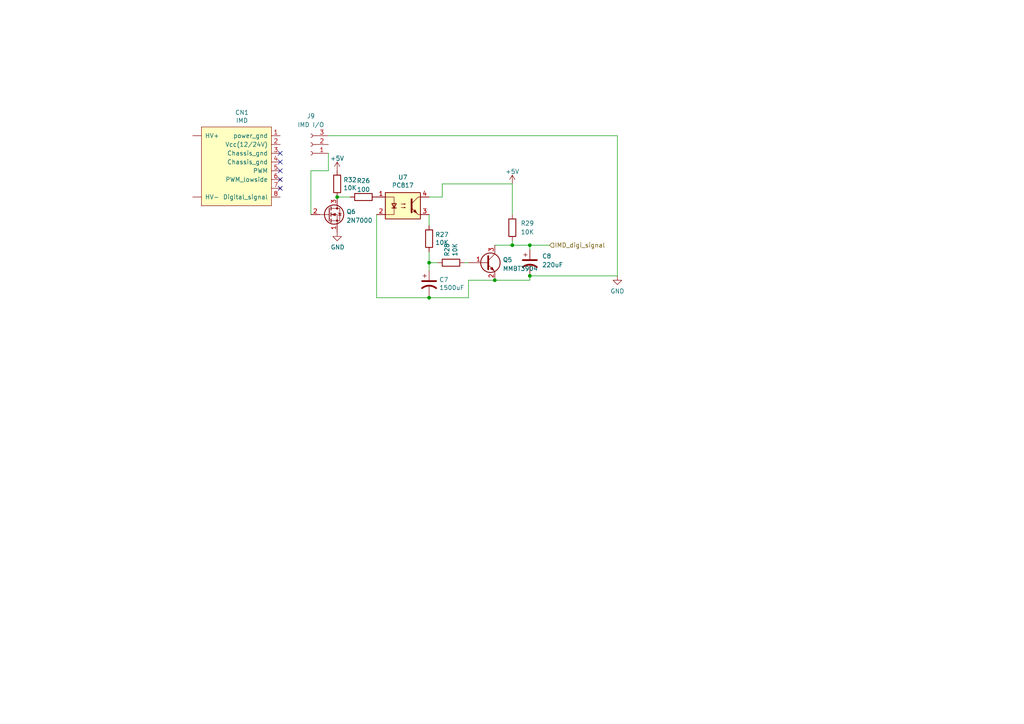
<source format=kicad_sch>
(kicad_sch (version 20230121) (generator eeschema)
  (paper "A4")
  (title_block (title "HV Board") (date "2022-03-16") (rev "Shih-Kang, Wu") (company "NTU Racing Team PowerTrain Group"))
  (lib_symbols
    (symbol "Connector:Conn_01x03_Female" (pin_names (offset 1.016) hide)
      (property "Reference" "J" (at 0 5.08 0))
      (property "Value" "Conn_01x03_Female" (at 0 -5.08 0))
      (symbol "Conn_01x03_Female_1_1"
        (arc (start 0 -2.032) (mid -0.5058 -2.54) (end 0 -3.048) (stroke (width 0.1524)))
        (polyline (pts (xy -1.27 -2.54) (xy -0.508 -2.54)) (stroke (width 0.1524)))
        (polyline (pts (xy -1.27 0) (xy -0.508 0)) (stroke (width 0.1524)))
        (polyline (pts (xy -1.27 2.54) (xy -0.508 2.54)) (stroke (width 0.1524)))
        (arc (start 0 0.508) (mid -0.5058 0) (end 0 -0.508) (stroke (width 0.1524)))
        (arc (start 0 3.048) (mid -0.5058 2.54) (end 0 2.032) (stroke (width 0.1524)))
        (pin passive line (at -5.08 2.54 0) (length 3.81) (name "Pin_1") (number "1"))
        (pin passive line (at -5.08 0 0) (length 3.81) (name "Pin_2") (number "2"))
        (pin passive line (at -5.08 -2.54 0) (length 3.81) (name "Pin_3") (number "3"))
      )
    )
    (symbol "Device:CP1" (pin_numbers hide) (pin_names (offset 0.254) hide)
      (property "Reference" "C" (at 0.635 2.54 0))
      (property "Value" "Device_CP1" (at 0.635 -2.54 0))
      (symbol "CP1_0_1"
        (polyline (pts (xy -2.032 0.762) (xy 2.032 0.762)) (stroke (width 0.508)))
        (polyline (pts (xy -1.778 2.286) (xy -0.762 2.286)))
        (polyline (pts (xy -1.27 1.778) (xy -1.27 2.794)))
        (arc (start 2.032 -1.27) (mid 0 -0.5572) (end -2.032 -1.27) (stroke (width 0.508)))
      )
      (symbol "CP1_1_1"
        (pin passive line (at 0 3.81 270) (length 2.794) (name "~") (number "1"))
        (pin passive line (at 0 -3.81 90) (length 3.302) (name "~") (number "2"))
      )
    )
    (symbol "Device:C_Polarized_US" (pin_numbers hide) (pin_names (offset 0.254) hide)
      (property "Reference" "C" (at 0.635 2.54 0))
      (property "Value" "C_Polarized_US" (at 0.635 -2.54 0))
      (symbol "C_Polarized_US_0_1"
        (polyline (pts (xy -2.032 0.762) (xy 2.032 0.762)) (stroke (width 0.508)))
        (polyline (pts (xy -1.778 2.286) (xy -0.762 2.286)))
        (polyline (pts (xy -1.27 1.778) (xy -1.27 2.794)))
        (arc (start 2.032 -1.27) (mid 0 -0.5572) (end -2.032 -1.27) (stroke (width 0.508)))
      )
      (symbol "C_Polarized_US_1_1"
        (pin passive line (at 0 3.81 270) (length 2.794) (name "~") (number "1"))
        (pin passive line (at 0 -3.81 90) (length 3.302) (name "~") (number "2"))
      )
    )
    (symbol "Device:R" (pin_numbers hide) (pin_names (offset 0))
      (property "Reference" "R" (at 2.032 0 90))
      (property "Value" "R" (at 0 0 90))
      (symbol "R_0_1"
        (rectangle (start -1.016 -2.54) (end 1.016 2.54) (stroke (width 0.254)))
      )
      (symbol "R_1_1"
        (pin passive line (at 0 3.81 270) (length 1.27) (name "~") (number "1"))
        (pin passive line (at 0 -3.81 90) (length 1.27) (name "~") (number "2"))
      )
    )
    (symbol "Isolator:PC817" (pin_names (offset 1.016))
      (property "Reference" "U" (at -5.08 5.08 0))
      (property "Value" "PC817" (at 0 5.08 0))
      (symbol "PC817_0_1"
        (rectangle (start -5.08 3.81) (end 5.08 -3.81) (stroke (width 0.254)) (fill (type background)))
        (polyline (pts (xy -3.175 -0.635) (xy -1.905 -0.635)) (stroke (width 0.254)))
        (polyline (pts (xy 2.54 0.635) (xy 4.445 2.54)))
        (polyline (pts (xy 4.445 -2.54) (xy 2.54 -0.635)) (fill (type outline)))
        (polyline (pts (xy 4.445 -2.54) (xy 5.08 -2.54)))
        (polyline (pts (xy 4.445 2.54) (xy 5.08 2.54)))
        (polyline (pts (xy -5.08 2.54) (xy -2.54 2.54) (xy -2.54 -0.635)))
        (polyline (pts (xy -2.54 -0.635) (xy -2.54 -2.54) (xy -5.08 -2.54)))
        (polyline (pts (xy 2.54 1.905) (xy 2.54 -1.905) (xy 2.54 -1.905)) (stroke (width 0.508)))
        (polyline (pts (xy -2.54 -0.635) (xy -3.175 0.635) (xy -1.905 0.635) (xy -2.54 -0.635)) (stroke (width 0.254)))
        (polyline (pts (xy -0.508 -0.508) (xy 0.762 -0.508) (xy 0.381 -0.635) (xy 0.381 -0.381) (xy 0.762 -0.508)))
        (polyline (pts (xy -0.508 0.508) (xy 0.762 0.508) (xy 0.381 0.381) (xy 0.381 0.635) (xy 0.762 0.508)))
        (polyline (pts (xy 3.048 -1.651) (xy 3.556 -1.143) (xy 4.064 -2.159) (xy 3.048 -1.651) (xy 3.048 -1.651)) (fill (type outline)))
      )
      (symbol "PC817_1_1"
        (pin passive line (at -7.62 2.54 0) (length 2.54) (name "~") (number "1"))
        (pin passive line (at -7.62 -2.54 0) (length 2.54) (name "~") (number "2"))
        (pin passive line (at 7.62 -2.54 180) (length 2.54) (name "~") (number "3"))
        (pin passive line (at 7.62 2.54 180) (length 2.54) (name "~") (number "4"))
      )
    )
    (symbol "New_Library:IMD" (pin_names (offset 1.016))
      (property "Reference" "CN?" (at 4.1402 11.811 0))
      (property "Value" "IMD" (at 4.1402 9.4996 0))
      (symbol "IMD_0_1"
        (rectangle (start -7.62 7.62) (end 12.7 -15.24) (fill (type background)))
      )
      (symbol "IMD_1_1"
        (pin power_in line (at -10.16 5.08 0) (length 2.54) (name "HV+") (number ""))
        (pin power_in line (at -10.16 -12.7 0) (length 2.54) (name "HV-") (number ""))
        (pin power_in line (at 15.24 5.08 180) (length 2.54) (name "power_gnd") (number "1"))
        (pin power_in line (at 15.24 2.54 180) (length 2.54) (name "Vcc(12/24V)") (number "2"))
        (pin input line (at 15.24 0 180) (length 2.54) (name "Chassis_gnd") (number "3"))
        (pin input line (at 15.24 -2.54 180) (length 2.54) (name "Chassis_gnd") (number "4"))
        (pin output line (at 15.24 -5.08 180) (length 2.54) (name "PWM") (number "5"))
        (pin no_connect line (at 15.24 -7.62 180) (length 2.54) (name "PWM_lowside") (number "6"))
        (pin no_connect line (at 15.24 -10.16 180) (length 2.54) (name "~") (number "7"))
        (pin output line (at 15.24 -12.7 180) (length 2.54) (name "Digital_signal") (number "8"))
      )
    )
    (symbol "Transistor_BJT:MMBT3904" (pin_names (offset 0) hide)
      (property "Reference" "Q" (at 5.08 1.905 0))
      (property "Value" "MMBT3904" (at 5.08 0 0))
      (symbol "MMBT3904_0_1"
        (polyline (pts (xy 0.635 0.635) (xy 2.54 2.54)))
        (polyline (pts (xy 0.635 -0.635) (xy 2.54 -2.54) (xy 2.54 -2.54)))
        (polyline (pts (xy 0.635 1.905) (xy 0.635 -1.905) (xy 0.635 -1.905)) (stroke (width 0.508)))
        (polyline (pts (xy 1.27 -1.778) (xy 1.778 -1.27) (xy 2.286 -2.286) (xy 1.27 -1.778) (xy 1.27 -1.778)) (fill (type outline)))
        (circle (center 1.27 0) (radius 2.8194) (stroke (width 0.254)))
      )
      (symbol "MMBT3904_1_1"
        (pin input line (at -5.08 0 0) (length 5.715) (name "B") (number "1"))
        (pin passive line (at 2.54 -5.08 90) (length 2.54) (name "E") (number "2"))
        (pin passive line (at 2.54 5.08 270) (length 2.54) (name "C") (number "3"))
      )
    )
    (symbol "Transistor_FET:2N7000" (pin_names hide)
      (property "Reference" "Q" (at 5.08 1.905 0))
      (property "Value" "2N7000" (at 5.08 0 0))
      (symbol "2N7000_0_1"
        (polyline (pts (xy 0.254 0) (xy -2.54 0)))
        (polyline (pts (xy 0.254 1.905) (xy 0.254 -1.905)) (stroke (width 0.254)))
        (polyline (pts (xy 0.762 -1.27) (xy 0.762 -2.286)) (stroke (width 0.254)))
        (polyline (pts (xy 0.762 0.508) (xy 0.762 -0.508)) (stroke (width 0.254)))
        (polyline (pts (xy 0.762 2.286) (xy 0.762 1.27)) (stroke (width 0.254)))
        (polyline (pts (xy 2.54 2.54) (xy 2.54 1.778)))
        (polyline (pts (xy 2.54 -2.54) (xy 2.54 0) (xy 0.762 0)))
        (polyline (pts (xy 0.762 -1.778) (xy 3.302 -1.778) (xy 3.302 1.778) (xy 0.762 1.778)))
        (polyline (pts (xy 1.016 0) (xy 2.032 0.381) (xy 2.032 -0.381) (xy 1.016 0)) (fill (type outline)))
        (polyline (pts (xy 2.794 0.508) (xy 2.921 0.381) (xy 3.683 0.381) (xy 3.81 0.254)))
        (polyline (pts (xy 3.302 0.381) (xy 2.921 -0.254) (xy 3.683 -0.254) (xy 3.302 0.381)))
        (circle (center 1.651 0) (radius 2.794) (stroke (width 0.254)))
        (circle (center 2.54 -1.778) (radius 0.254) (fill (type outline)))
        (circle (center 2.54 1.778) (radius 0.254) (fill (type outline)))
      )
      (symbol "2N7000_1_1"
        (pin passive line (at 2.54 -5.08 90) (length 2.54) (name "S") (number "1"))
        (pin input line (at -5.08 0 0) (length 2.54) (name "G") (number "2"))
        (pin passive line (at 2.54 5.08 270) (length 2.54) (name "D") (number "3"))
      )
    )
    (symbol "power:+5V" (power) (pin_names (offset 0))
      (property "Value" "+5V" (at 0 3.556 0))
      (symbol "+5V_0_1"
        (polyline (pts (xy -0.762 1.27) (xy 0 2.54)))
        (polyline (pts (xy 0 0) (xy 0 2.54)))
        (polyline (pts (xy 0 2.54) (xy 0.762 1.27)))
      )
      (symbol "+5V_1_1"
        (pin power_in line (at 0 0 90) (length 0) hide (name "+5V") (number "1"))
      )
    )
    (symbol "power:GND" (power) (pin_names (offset 0))
      (property "Value" "GND" (at 0 -3.81 0))
      (symbol "GND_0_1"
        (polyline (pts (xy 0 0) (xy 0 -1.27) (xy 1.27 -1.27) (xy 0 -2.54) (xy -1.27 -1.27) (xy 0 -1.27)))
      )
      (symbol "GND_1_1"
        (pin power_in line (at 0 0 270) (length 0) hide (name "GND") (number "1"))
      )
    )
  )
  (junction (at 148.59 71.12))
  (junction (at 124.46 76.2))
  (junction (at 124.46 86.36))
  (junction (at 97.79 57.15))
  (junction (at 153.67 71.12))
  (junction (at 153.67 80.01))
  (junction (at 143.51 81.28))
  (no_connect (at 81.28 44.45))
  (no_connect (at 81.28 46.99))
  (no_connect (at 81.28 49.53))
  (no_connect (at 81.28 52.07))
  (no_connect (at 81.28 54.61))
  (wire (pts (xy 143.51 81.28) (xy 153.67 81.28)))
  (wire (pts (xy 124.46 62.23) (xy 124.46 65.405)))
  (wire (pts (xy 109.22 62.23) (xy 109.22 86.36)))
  (wire (pts (xy 148.59 53.34) (xy 148.59 62.23)))
  (wire (pts (xy 124.46 73.025) (xy 124.46 76.2)))
  (wire (pts (xy 148.59 71.12) (xy 153.67 71.12)))
  (wire (pts (xy 124.46 86.36) (xy 135.89 86.36)))
  (wire (pts (xy 90.17 62.23) (xy 90.17 49.53)))
  (wire (pts (xy 124.46 76.2) (xy 124.46 78.486)))
  (wire (pts (xy 148.59 69.85) (xy 148.59 71.12)))
  (wire (pts (xy 109.22 86.36) (xy 124.46 86.36)))
  (wire (pts (xy 153.67 80.01) (xy 153.67 81.28)))
  (wire (pts (xy 153.67 80.01) (xy 179.07 80.01)))
  (wire (pts (xy 95.25 44.45) (xy 95.25 49.53)))
  (wire (pts (xy 143.51 81.28) (xy 135.89 81.28)))
  (wire (pts (xy 153.67 71.12) (xy 159.385 71.12)))
  (wire (pts (xy 95.25 39.37) (xy 179.07 39.37)))
  (wire (pts (xy 90.17 49.53) (xy 95.25 49.53)))
  (wire (pts (xy 143.51 71.12) (xy 148.59 71.12)))
  (wire (pts (xy 124.46 76.2) (xy 127 76.2)))
  (wire (pts (xy 153.67 71.12) (xy 153.67 72.39)))
  (wire (pts (xy 124.46 86.106) (xy 124.46 86.36)))
  (wire (pts (xy 128.27 53.34) (xy 148.59 53.34)))
  (wire (pts (xy 128.27 57.15) (xy 128.27 53.34)))
  (wire (pts (xy 134.62 76.2) (xy 135.89 76.2)))
  (wire (pts (xy 97.79 57.15) (xy 101.6 57.15)))
  (wire (pts (xy 135.89 86.36) (xy 135.89 81.28)))
  (wire (pts (xy 179.07 80.01) (xy 179.07 39.37)))
  (wire (pts (xy 124.46 57.15) (xy 128.27 57.15)))
  (hierarchical_label "IMD_digi_signal" (shape input) (at 159.385 71.12 0))
  (symbol (lib_id "Isolator:PC817") (at 116.84 59.69 0) (unit 1)
    (property "Reference" "U7" (at 116.84 51.435 0))
    (property "Value" "PC817" (at 116.84 53.7464 0))
    (property "Footprint" "Package_DIP:DIP-4_W7.62mm" (effects hide))
    (property "Datasheet" "http://www.soselectronic.cz/a_info/resource/d/pc817.pdf" (effects hide))
  )
  (symbol (lib_id "Device:CP1") (at 124.46 82.296 0) (unit 1)
    (property "Reference" "C7" (at 127.381 81.1276 0) (effects (justify left)))
    (property "Value" "1500uF" (at 127.381 83.439 0) (effects (justify left)))
    (property "Footprint" "Capacitor_THT:CP_Radial_D10.0mm_P5.00mm" (effects hide))
  )
  (symbol (lib_id "power:GND") (at 97.79 67.31 0) (unit 1)
    (property "Reference" "#PWR0102" (effects hide))
    (property "Value" "GND" (at 97.917 71.7042 0))
  )
  (symbol (lib_id "power:GND") (at 179.07 80.01 0) (unit 1)
    (property "Reference" "#PWR061" (effects hide))
    (property "Value" "GND" (at 179.07 84.4534 0))
  )
  (symbol (lib_id "power:+5V") (at 148.59 53.34 0) (unit 1)
    (property "Reference" "#PWR060" (effects hide))
    (property "Value" "+5V" (at 148.59 49.7642 0))
  )
  (symbol (lib_id "Device:R") (at 130.81 76.2 90) (unit 1)
    (property "Reference" "R28" (at 129.6416 74.422 0) (effects (justify left)))
    (property "Value" "10K" (at 131.953 74.422 0) (effects (justify left)))
    (property "Footprint" "Resistor_THT:R_Axial_DIN0207_L6.3mm_D2.5mm_P7.62mm_Horizontal" (effects hide))
  )
  (symbol (lib_id "Device:C_Polarized_US") (at 153.67 76.2 0) (unit 1)
    (property "Reference" "C8" (at 157.226 74.2949 0) (effects (justify left)))
    (property "Value" "220uF" (at 157.226 76.8349 0) (effects (justify left)))
    (property "Footprint" "Capacitor_THT:CP_Radial_D8.0mm_P5.00mm" (effects hide))
  )
  (symbol (lib_id "Transistor_FET:2N7000") (at 95.25 62.23 0) (unit 1)
    (property "Reference" "Q6" (at 100.457 61.3953 0) (effects (justify left)))
    (property "Value" "2N7000" (at 100.457 63.9322 0) (effects (justify left)))
    (property "Footprint" "Package_TO_SOT_THT:TO-92L_Inline_Wide" (effects hide))
    (property "Datasheet" "https://www.onsemi.com/pub/Collateral/NDS7002A-D.PDF" (effects hide))
  )
  (symbol (lib_id "New_Library:IMD") (at 66.04 44.45 0) (unit 1)
    (property "Reference" "CN1" (at 70.1802 32.639 0))
    (property "Value" "IMD" (at 70.1802 34.9504 0))
  )
  (symbol (lib_id "Device:R") (at 124.46 69.215 0) (unit 1)
    (property "Reference" "R27" (at 126.238 68.0466 0) (effects (justify left)))
    (property "Value" "10K" (at 126.238 70.358 0) (effects (justify left)))
    (property "Footprint" "Resistor_THT:R_Axial_DIN0207_L6.3mm_D2.5mm_P7.62mm_Horizontal" (effects hide))
  )
  (symbol (lib_id "Transistor_BJT:MMBT3904") (at 140.97 76.2 0) (unit 1)
    (property "Reference" "Q5" (at 145.8214 75.3653 0) (effects (justify left)))
    (property "Value" "MMBT3904" (at 145.8214 77.9022 0) (effects (justify left)))
    (property "Footprint" "Package_TO_SOT_THT:TO-92L_Inline_Wide" (effects hide))
    (property "Datasheet" "https://www.onsemi.com/pub/Collateral/2N3903-D.PDF" (effects hide))
  )
  (symbol (lib_id "Device:R") (at 148.59 66.04 0) (unit 1)
    (property "Reference" "R29" (at 151.003 64.7699 0) (effects (justify left)))
    (property "Value" "10K" (at 151.003 67.3099 0) (effects (justify left)))
    (property "Footprint" "Resistor_THT:R_Axial_DIN0207_L6.3mm_D2.5mm_P7.62mm_Horizontal" (effects hide))
  )
  (symbol (lib_id "power:+5V") (at 97.79 49.53 0) (unit 1)
    (property "Reference" "#PWR0103" (effects hide))
    (property "Value" "+5V" (at 97.79 45.9542 0))
  )
  (symbol (lib_id "Device:R") (at 97.79 53.34 0) (unit 1)
    (property "Reference" "R32" (at 99.568 52.1716 0) (effects (justify left)))
    (property "Value" "10K" (at 99.568 54.483 0) (effects (justify left)))
    (property "Footprint" "Resistor_THT:R_Axial_DIN0207_L6.3mm_D2.5mm_P7.62mm_Horizontal" (effects hide))
  )
  (symbol (lib_id "Device:R") (at 105.41 57.15 90) (unit 1)
    (property "Reference" "R26" (at 105.41 52.4342 90))
    (property "Value" "100" (at 105.41 54.9711 90))
    (property "Footprint" "Resistor_THT:R_Axial_DIN0207_L6.3mm_D2.5mm_P7.62mm_Horizontal" (effects hide))
  )
  (symbol (lib_id "Connector:Conn_01x03_Female") (at 90.17 41.91 180) (unit 1)
    (property "Reference" "J9" (at 90.17 33.6581 0))
    (property "Value" "IMD I/O" (at 90.17 36.195 0))
    (property "Footprint" "Connector_JST:JST_EH_B3B-EH-A_1x03_P2.50mm_Vertical" (effects hide))
  )
)
</source>
